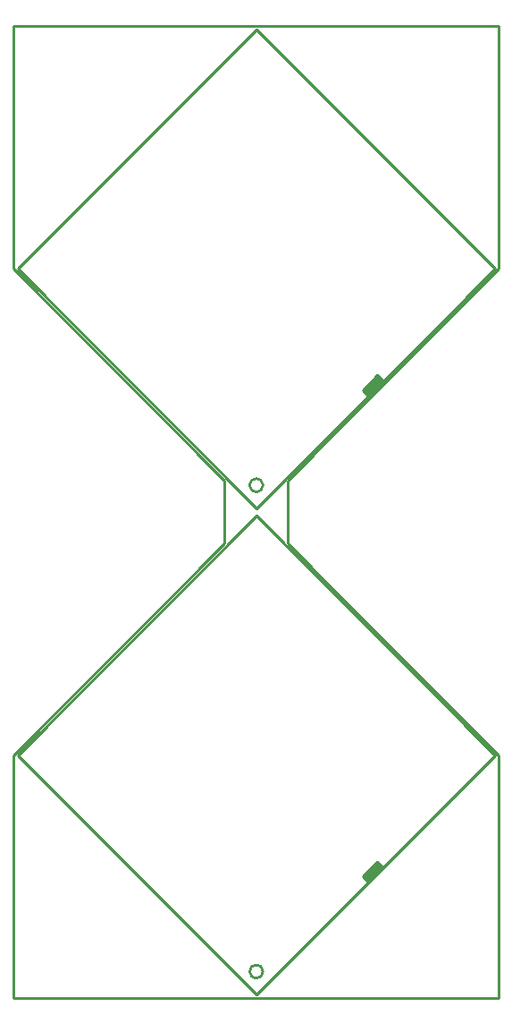
<source format=gto>
G04*
G04 #@! TF.GenerationSoftware,Altium Limited,Altium Designer,22.1.2 (22)*
G04*
G04 Layer_Color=65535*
%FSLAX25Y25*%
%MOIN*%
G70*
G04*
G04 #@! TF.SameCoordinates,F8082D52-F0B8-4871-B28E-72EC41B5858C*
G04*
G04*
G04 #@! TF.FilePolarity,Positive*
G04*
G01*
G75*
%ADD10C,0.01000*%
G36*
X135728Y50875D02*
X137843Y48761D01*
X132341Y43260D01*
X130227Y45374D01*
X135728Y50875D01*
D01*
D02*
G37*
G36*
Y231978D02*
X137843Y229864D01*
X132341Y224362D01*
X130227Y226477D01*
X135728Y231978D01*
D01*
D02*
G37*
D10*
X93051Y9941D02*
G03*
X93051Y9941I-2500J0D01*
G01*
Y191043D02*
G03*
X93051Y191043I-2500J0D01*
G01*
X1467Y90551D02*
X90551Y1467D01*
X90551Y1467D02*
X179635Y90551D01*
X1467D02*
X90551Y179635D01*
X90551Y179635D02*
X179635Y90551D01*
X135728Y50875D02*
X137843Y48761D01*
X130227Y45374D02*
X135728Y50875D01*
X130227Y45374D02*
X132341Y43260D01*
X130227Y226477D02*
X132341Y224362D01*
X130227Y226477D02*
X135728Y231978D01*
X137843Y229864D01*
X90551Y360737D02*
X179635Y271654D01*
X1467Y271654D02*
X90551Y360738D01*
X90551Y182570D02*
X179635Y271654D01*
X1467Y271654D02*
X90551Y182570D01*
X102362Y169291D02*
Y192913D01*
X78740Y169291D02*
Y192913D01*
X0Y271654D02*
X78740Y192913D01*
X0Y271654D02*
Y362205D01*
Y90551D02*
X78740Y169291D01*
X102362Y192913D02*
X181102Y271654D01*
X102362Y169291D02*
X181102Y90551D01*
X0Y362205D02*
X181102D01*
X0Y0D02*
X181102D01*
Y90551D01*
Y271654D02*
Y362205D01*
X0Y0D02*
Y90551D01*
X102362Y169291D02*
Y192913D01*
X78740Y169291D02*
Y192913D01*
X0Y271654D02*
X78740Y192913D01*
X0Y271654D02*
Y362205D01*
Y90551D02*
X78740Y169291D01*
X102362Y192913D02*
X181102Y271654D01*
X102362Y169291D02*
X181102Y90551D01*
X0Y362205D02*
X181102D01*
X0Y0D02*
X181102D01*
Y90551D01*
Y271654D02*
Y362205D01*
X0Y0D02*
Y90551D01*
M02*

</source>
